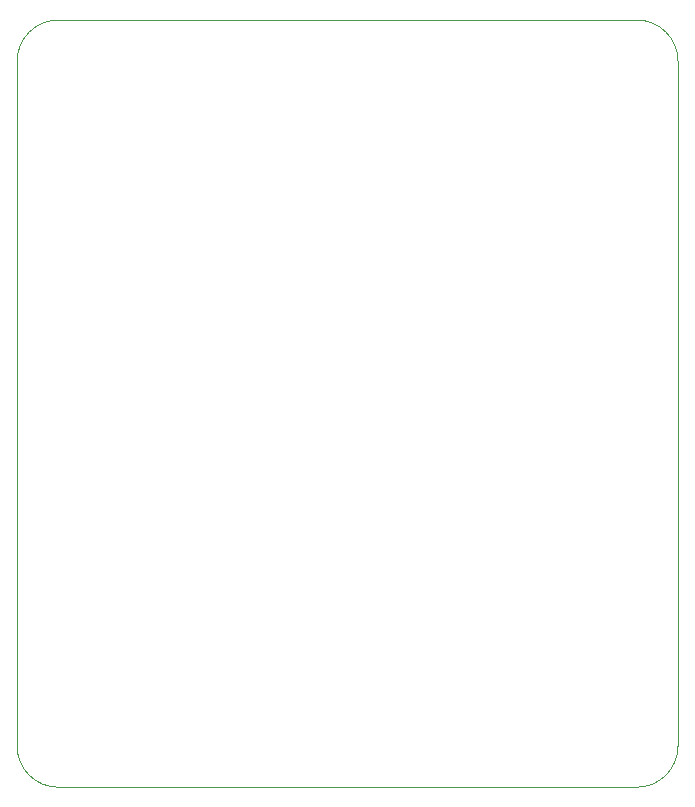
<source format=gm1>
G04*
G04 #@! TF.GenerationSoftware,Altium Limited,Altium Designer,20.0.13 (296)*
G04*
G04 Layer_Color=16711935*
%FSLAX44Y44*%
%MOMM*%
G71*
G01*
G75*
%ADD11C,0.1000*%
D11*
X2077500Y322749D02*
G03*
X2112251Y357500I0J34751D01*
G01*
Y937500D02*
G03*
X2077500Y972251I-34751J0D01*
G01*
X1587500D02*
G03*
X1552749Y937500I0J-34751D01*
G01*
Y357500D02*
G03*
X1587500Y322749I34751J0D01*
G01*
Y972250D02*
X2077500D01*
X2112250Y937500D02*
X2112250Y357500D01*
X1587500Y322750D02*
X2077500D01*
X1552750Y937500D02*
X1552750Y357500D01*
M02*

</source>
